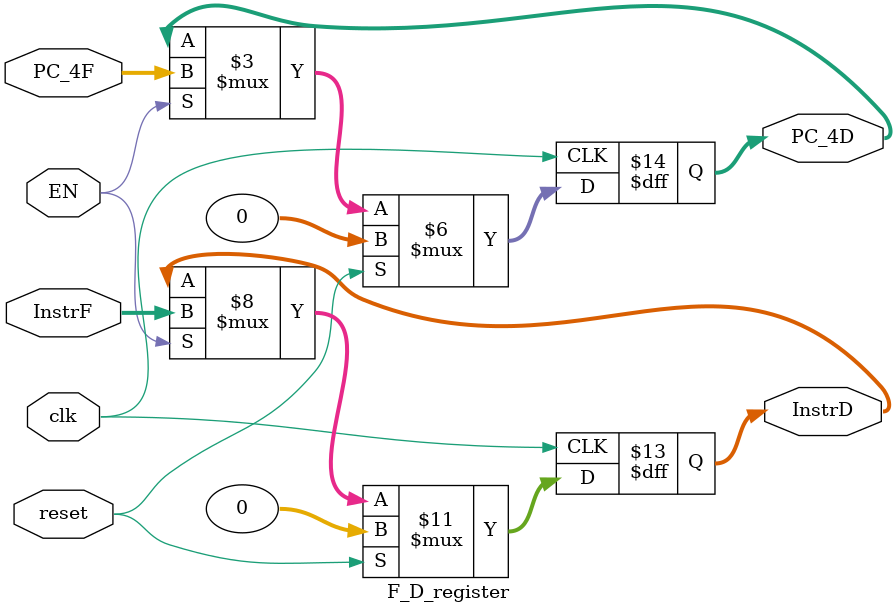
<source format=v>
`timescale 1ns / 1ps
module F_D_register(
	input clk,
	input reset,
	input EN,
    input [31:0] InstrF,
    input [31:0] PC_4F,
    output reg [31:0] InstrD,
    output reg [31:0] PC_4D
    );
	always@(posedge clk)
		begin
			if(reset)
				begin
					InstrD<=32'b0;
					PC_4D<=32'b0;
				end
			else if(EN==1'b1)
				begin
					InstrD<=InstrF;
					PC_4D<=PC_4F;
				end
		end
endmodule

</source>
